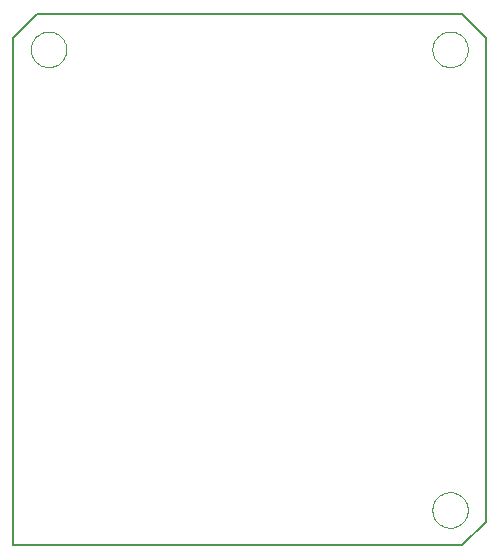
<source format=gbo>
G75*
%MOIN*%
%OFA0B0*%
%FSLAX24Y24*%
%IPPOS*%
%LPD*%
%AMOC8*
5,1,8,0,0,1.08239X$1,22.5*
%
%ADD10C,0.0080*%
%ADD11C,0.0000*%
D10*
X000400Y001125D02*
X000400Y018054D01*
X001187Y018842D01*
X015361Y018842D01*
X016148Y018054D01*
X016148Y001912D01*
X015361Y001125D01*
X000400Y001125D01*
D11*
X000990Y017660D02*
X000992Y017708D01*
X000998Y017756D01*
X001008Y017803D01*
X001021Y017849D01*
X001039Y017894D01*
X001059Y017938D01*
X001084Y017980D01*
X001112Y018019D01*
X001142Y018056D01*
X001176Y018090D01*
X001213Y018122D01*
X001251Y018151D01*
X001292Y018176D01*
X001335Y018198D01*
X001380Y018216D01*
X001426Y018230D01*
X001473Y018241D01*
X001521Y018248D01*
X001569Y018251D01*
X001617Y018250D01*
X001665Y018245D01*
X001713Y018236D01*
X001759Y018224D01*
X001804Y018207D01*
X001848Y018187D01*
X001890Y018164D01*
X001930Y018137D01*
X001968Y018107D01*
X002003Y018074D01*
X002035Y018038D01*
X002065Y018000D01*
X002091Y017959D01*
X002113Y017916D01*
X002133Y017872D01*
X002148Y017827D01*
X002160Y017780D01*
X002168Y017732D01*
X002172Y017684D01*
X002172Y017636D01*
X002168Y017588D01*
X002160Y017540D01*
X002148Y017493D01*
X002133Y017448D01*
X002113Y017404D01*
X002091Y017361D01*
X002065Y017320D01*
X002035Y017282D01*
X002003Y017246D01*
X001968Y017213D01*
X001930Y017183D01*
X001890Y017156D01*
X001848Y017133D01*
X001804Y017113D01*
X001759Y017096D01*
X001713Y017084D01*
X001665Y017075D01*
X001617Y017070D01*
X001569Y017069D01*
X001521Y017072D01*
X001473Y017079D01*
X001426Y017090D01*
X001380Y017104D01*
X001335Y017122D01*
X001292Y017144D01*
X001251Y017169D01*
X001213Y017198D01*
X001176Y017230D01*
X001142Y017264D01*
X001112Y017301D01*
X001084Y017340D01*
X001059Y017382D01*
X001039Y017426D01*
X001021Y017471D01*
X001008Y017517D01*
X000998Y017564D01*
X000992Y017612D01*
X000990Y017660D01*
X014376Y017660D02*
X014378Y017708D01*
X014384Y017756D01*
X014394Y017803D01*
X014407Y017849D01*
X014425Y017894D01*
X014445Y017938D01*
X014470Y017980D01*
X014498Y018019D01*
X014528Y018056D01*
X014562Y018090D01*
X014599Y018122D01*
X014637Y018151D01*
X014678Y018176D01*
X014721Y018198D01*
X014766Y018216D01*
X014812Y018230D01*
X014859Y018241D01*
X014907Y018248D01*
X014955Y018251D01*
X015003Y018250D01*
X015051Y018245D01*
X015099Y018236D01*
X015145Y018224D01*
X015190Y018207D01*
X015234Y018187D01*
X015276Y018164D01*
X015316Y018137D01*
X015354Y018107D01*
X015389Y018074D01*
X015421Y018038D01*
X015451Y018000D01*
X015477Y017959D01*
X015499Y017916D01*
X015519Y017872D01*
X015534Y017827D01*
X015546Y017780D01*
X015554Y017732D01*
X015558Y017684D01*
X015558Y017636D01*
X015554Y017588D01*
X015546Y017540D01*
X015534Y017493D01*
X015519Y017448D01*
X015499Y017404D01*
X015477Y017361D01*
X015451Y017320D01*
X015421Y017282D01*
X015389Y017246D01*
X015354Y017213D01*
X015316Y017183D01*
X015276Y017156D01*
X015234Y017133D01*
X015190Y017113D01*
X015145Y017096D01*
X015099Y017084D01*
X015051Y017075D01*
X015003Y017070D01*
X014955Y017069D01*
X014907Y017072D01*
X014859Y017079D01*
X014812Y017090D01*
X014766Y017104D01*
X014721Y017122D01*
X014678Y017144D01*
X014637Y017169D01*
X014599Y017198D01*
X014562Y017230D01*
X014528Y017264D01*
X014498Y017301D01*
X014470Y017340D01*
X014445Y017382D01*
X014425Y017426D01*
X014407Y017471D01*
X014394Y017517D01*
X014384Y017564D01*
X014378Y017612D01*
X014376Y017660D01*
X014376Y002306D02*
X014378Y002354D01*
X014384Y002402D01*
X014394Y002449D01*
X014407Y002495D01*
X014425Y002540D01*
X014445Y002584D01*
X014470Y002626D01*
X014498Y002665D01*
X014528Y002702D01*
X014562Y002736D01*
X014599Y002768D01*
X014637Y002797D01*
X014678Y002822D01*
X014721Y002844D01*
X014766Y002862D01*
X014812Y002876D01*
X014859Y002887D01*
X014907Y002894D01*
X014955Y002897D01*
X015003Y002896D01*
X015051Y002891D01*
X015099Y002882D01*
X015145Y002870D01*
X015190Y002853D01*
X015234Y002833D01*
X015276Y002810D01*
X015316Y002783D01*
X015354Y002753D01*
X015389Y002720D01*
X015421Y002684D01*
X015451Y002646D01*
X015477Y002605D01*
X015499Y002562D01*
X015519Y002518D01*
X015534Y002473D01*
X015546Y002426D01*
X015554Y002378D01*
X015558Y002330D01*
X015558Y002282D01*
X015554Y002234D01*
X015546Y002186D01*
X015534Y002139D01*
X015519Y002094D01*
X015499Y002050D01*
X015477Y002007D01*
X015451Y001966D01*
X015421Y001928D01*
X015389Y001892D01*
X015354Y001859D01*
X015316Y001829D01*
X015276Y001802D01*
X015234Y001779D01*
X015190Y001759D01*
X015145Y001742D01*
X015099Y001730D01*
X015051Y001721D01*
X015003Y001716D01*
X014955Y001715D01*
X014907Y001718D01*
X014859Y001725D01*
X014812Y001736D01*
X014766Y001750D01*
X014721Y001768D01*
X014678Y001790D01*
X014637Y001815D01*
X014599Y001844D01*
X014562Y001876D01*
X014528Y001910D01*
X014498Y001947D01*
X014470Y001986D01*
X014445Y002028D01*
X014425Y002072D01*
X014407Y002117D01*
X014394Y002163D01*
X014384Y002210D01*
X014378Y002258D01*
X014376Y002306D01*
M02*

</source>
